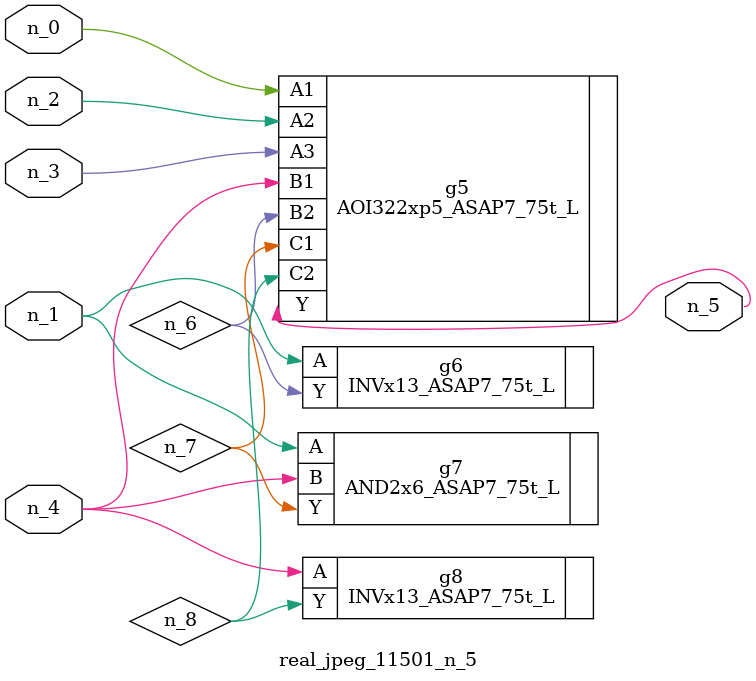
<source format=v>
module real_jpeg_11501_n_5 (n_4, n_0, n_1, n_2, n_3, n_5);

input n_4;
input n_0;
input n_1;
input n_2;
input n_3;

output n_5;

wire n_8;
wire n_6;
wire n_7;

AOI322xp5_ASAP7_75t_L g5 ( 
.A1(n_0),
.A2(n_2),
.A3(n_3),
.B1(n_4),
.B2(n_6),
.C1(n_7),
.C2(n_8),
.Y(n_5)
);

INVx13_ASAP7_75t_L g6 ( 
.A(n_1),
.Y(n_6)
);

AND2x6_ASAP7_75t_L g7 ( 
.A(n_1),
.B(n_4),
.Y(n_7)
);

INVx13_ASAP7_75t_L g8 ( 
.A(n_4),
.Y(n_8)
);


endmodule
</source>
